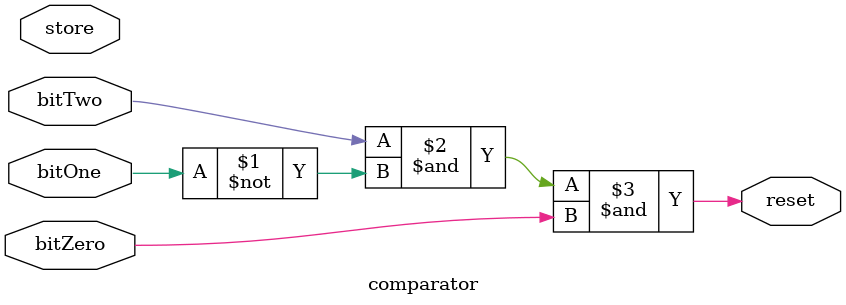
<source format=v>
module top(
    output [6:0] led,
    input btnC, //clk
    input btnU, //reset
    output [2:0] current_state
);

endmodule
//here is where you would hook up your ripple and modulo to the leds and buttons
//Ripple Segment
//put these in a module called ripple or something
module ripple(
    input T,store,reset,btnU,
    output Q
);
wire [2:0] Next;

tff zero(
    .T(1),
    .store(clk),
    .Q(Next[0]),
   // .Q(led[0]), //wire to logic or basic outputs not leds yet!
//  .led(Next[0]),
    .reset(btnU)
);

tff one(
    .T(1),
    .store(Next[0]),
    .Q(Next[1]),
   // .led(Next[1]),
    .reset(btnU) //wire to logic or basic outputs not leds yet!
);

tff two(
    .T(1),
    .store(Next[1]),
    .Q(Next[2]),
  //  .led(Next[2]),
    .reset(btnU) //wire to logic or basic outputs not leds yet!
);

endmodule

//Modulo Segment
//put these in a module called moduluo or something
module modulo(
    input A,B,cin,D,store,reset,
    output Y,cout,Q
);
wire [2:0] Next;
wire [2:0] TTN;
wire [2:0] Qmove;
wire theEnd;
wire int_reset;

full_adder adderOne(
    .A(Qmove[0]), 
    .B(1'b1), 
    .cin(0),
    .Y(Next[0]),
    .cout(TTN[0])
);

dff dZero(
    .D(Next[0]), 
    .store(clk),
    .Q(Qmove[0]),
    //.led(current_state[0]),
    .reset(btnU)
);

full_adder adderTwo(
    .A(Qmove[1]), 
    .B(0), 
    .cin(TTN[0]),
    .Y(Next[1]),
    .cout(TTN[1])
);

dff done(
    .D(Next[1]),
    .store(clk),
    .Q(Qmove[1]),
   // .led(current_state[1]),
    .reset(btnU)
);

full_adder adderThree(
    .A(Qmove[2]), 
    .B(0), 
    .cin(TTN[1]),
    .Y(Next[2]),
    .cout(TTN[2])
);

dff dtwo(
    .D(Next[2]),
    .store(clk),
    .Q(Qmove[2]),
  //  .led(current_state[2]),
    .reset(btnU)
);

comparator comparatorOnly(
    .bitZero(Qmove[0]),
    .bitOne(Qmove[1]),
    .bitTwo(Qmove[2]),
    .reset(int_reset)
);


dff finale(
    .D(~final),
    .reset(btnU),
    .store(int_reset),
    .Q(final)
);
endmodule


module dff (
    input D,
    input store,
    output reg Q, 
    output NotQ
);
    always @(posedge store)begin
        if(store)
            Q<=D;
        end
     assign NotQ = ~Q;
endmodule


module tff (
input T, store, reset,
output reg Q,
output NotQ
);
    always @(posedge store)begin
        if(T)
            Q<=~Q;
    end
    assign NotQ=~Q;
endmodule


module full_adder(
    input A, B,cin,
    output Y, cout
);
assign cout = (A&B)|(cin&(A|B));
assign Y = cin^A^B;
endmodule


module comparator(
    input bitZero, bitOne, bitTwo, store,
    output reset
);

assign reset = bitTwo & ~bitOne & bitZero;


endmodule
</source>
